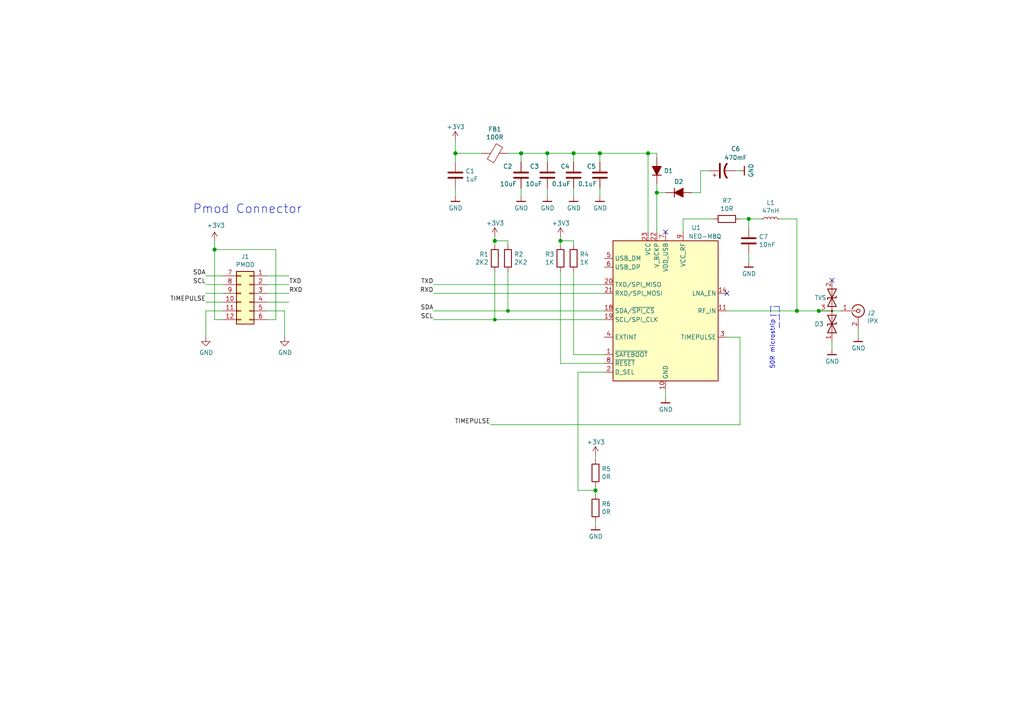
<source format=kicad_sch>
(kicad_sch (version 20201015) (generator eeschema)
  (paper "A4")
  (title_block (title "GNSS PMOD") (date "2020-12-17") (rev "r1.0") (company "GsD - @gregdavill") (comment 1 "PMOD"))
  (lib_symbols
    (symbol "Connector:Conn_Coaxial" (pin_names (offset 1.016) hide)
      (property "Reference" "J" (at 0.254 3.048 0))
      (property "Value" "Conn_Coaxial" (at 2.921 0 90))
      (symbol "Conn_Coaxial_0_1"
        (arc (start -1.778 0.508) (end 1.778 0) (radius (at -0.0508 0) (length 1.8034) (angles 163.6 0)) (stroke (width 0.254)))
        (arc (start 1.778 0) (end -1.778 -0.508) (radius (at -0.0254 0) (length 1.8034) (angles 0 -163.8)) (stroke (width 0.254)))
        (circle (center 0 0) (radius 0.508) (stroke (width 0.2032)))
        (polyline (pts (xy -2.54 0) (xy -0.508 0)))
        (polyline (pts (xy 0 -2.54) (xy 0 -1.778)))
      )
      (symbol "Conn_Coaxial_1_1"
        (pin passive line (at -5.08 0 0) (length 2.54) (name "In") (number "1"))
        (pin passive line (at 0 -5.08 90) (length 2.54) (name "Ext") (number "2"))
      )
    )
    (symbol "Connector_Generic:Conn_02x06_Top_Bottom" (pin_names (offset 1.016) hide)
      (property "Reference" "J" (at 1.27 7.62 0))
      (property "Value" "Conn_02x06_Top_Bottom" (at 1.27 -10.16 0))
      (symbol "Conn_02x06_Top_Bottom_1_1"
        (rectangle (start -1.27 -4.953) (end 0 -5.207) (stroke (width 0.1524)))
        (rectangle (start -1.27 -7.493) (end 0 -7.747) (stroke (width 0.1524)))
        (rectangle (start -1.27 -2.413) (end 0 -2.667) (stroke (width 0.1524)))
        (rectangle (start -1.27 2.667) (end 0 2.413) (stroke (width 0.1524)))
        (rectangle (start -1.27 5.207) (end 0 4.953) (stroke (width 0.1524)))
        (rectangle (start -1.27 6.35) (end 3.81 -8.89) (stroke (width 0.254)) (fill (type background)))
        (rectangle (start -1.27 0.127) (end 0 -0.127) (stroke (width 0.1524)))
        (rectangle (start 3.81 -4.953) (end 2.54 -5.207) (stroke (width 0.1524)))
        (rectangle (start 3.81 -7.493) (end 2.54 -7.747) (stroke (width 0.1524)))
        (rectangle (start 3.81 -2.413) (end 2.54 -2.667) (stroke (width 0.1524)))
        (rectangle (start 3.81 2.667) (end 2.54 2.413) (stroke (width 0.1524)))
        (rectangle (start 3.81 5.207) (end 2.54 4.953) (stroke (width 0.1524)))
        (rectangle (start 3.81 0.127) (end 2.54 -0.127) (stroke (width 0.1524)))
        (pin passive line (at -5.08 5.08 0) (length 3.81) (name "Pin_1") (number "1"))
        (pin passive line (at 7.62 -2.54 180) (length 3.81) (name "Pin_10") (number "10"))
        (pin passive line (at 7.62 -5.08 180) (length 3.81) (name "Pin_11") (number "11"))
        (pin passive line (at 7.62 -7.62 180) (length 3.81) (name "Pin_12") (number "12"))
        (pin passive line (at -5.08 2.54 0) (length 3.81) (name "Pin_2") (number "2"))
        (pin passive line (at -5.08 0 0) (length 3.81) (name "Pin_3") (number "3"))
        (pin passive line (at -5.08 -2.54 0) (length 3.81) (name "Pin_4") (number "4"))
        (pin passive line (at -5.08 -5.08 0) (length 3.81) (name "Pin_5") (number "5"))
        (pin passive line (at -5.08 -7.62 0) (length 3.81) (name "Pin_6") (number "6"))
        (pin passive line (at 7.62 5.08 180) (length 3.81) (name "Pin_7") (number "7"))
        (pin passive line (at 7.62 2.54 180) (length 3.81) (name "Pin_8") (number "8"))
        (pin passive line (at 7.62 0 180) (length 3.81) (name "Pin_9") (number "9"))
      )
    )
    (symbol "Device:C" (pin_numbers hide) (pin_names (offset 0.254))
      (property "Reference" "C" (at 0.635 2.54 0))
      (property "Value" "C" (at 0.635 -2.54 0))
      (symbol "C_0_1"
        (polyline (pts (xy -2.032 -0.762) (xy 2.032 -0.762)) (stroke (width 0.508)))
        (polyline (pts (xy -2.032 0.762) (xy 2.032 0.762)) (stroke (width 0.508)))
      )
      (symbol "C_1_1"
        (pin passive line (at 0 3.81 270) (length 2.794) (name "~") (number "1"))
        (pin passive line (at 0 -3.81 90) (length 2.794) (name "~") (number "2"))
      )
    )
    (symbol "Device:CP1" (pin_numbers hide) (pin_names (offset 0.254) hide)
      (property "Reference" "C" (at 0.635 2.54 0))
      (property "Value" "CP1" (at 0.635 -2.54 0))
      (symbol "CP1_0_1"
        (arc (start -2.032 -1.27) (end 2.032 -1.27) (radius (at 0 -3.81) (length 3.2512) (angles 128.7 51.3)) (stroke (width 0.508)))
        (polyline (pts (xy -2.032 0.762) (xy 2.032 0.762)) (stroke (width 0.508)))
        (polyline (pts (xy -1.778 2.286) (xy -0.762 2.286)))
        (polyline (pts (xy -1.27 1.778) (xy -1.27 2.794)))
      )
      (symbol "CP1_1_1"
        (pin passive line (at 0 3.81 270) (length 2.794) (name "~") (number "1"))
        (pin passive line (at 0 -3.81 90) (length 3.302) (name "~") (number "2"))
      )
    )
    (symbol "Device:D_ALT" (pin_numbers hide) (pin_names (offset 1.016) hide)
      (property "Reference" "D" (at 0 2.54 0))
      (property "Value" "D_ALT" (at 0 -2.54 0))
      (symbol "D_ALT_0_1"
        (polyline (pts (xy -1.27 1.27) (xy -1.27 -1.27)) (stroke (width 0.254)))
        (polyline (pts (xy 1.27 0) (xy -1.27 0)))
        (polyline (pts (xy 1.27 1.27) (xy 1.27 -1.27) (xy -1.27 0) (xy 1.27 1.27)) (stroke (width 0.254)) (fill (type outline)))
      )
      (symbol "D_ALT_1_1"
        (pin passive line (at -3.81 0 0) (length 2.54) (name "K") (number "1"))
        (pin passive line (at 3.81 0 180) (length 2.54) (name "A") (number "2"))
      )
    )
    (symbol "Device:D_TVS_x2_AAC" (pin_names (offset 1.016) hide)
      (property "Reference" "D" (at 0 4.445 0))
      (property "Value" "D_TVS_x2_AAC" (at 0 2.54 0))
      (symbol "D_TVS_x2_AAC_0_0"
        (polyline (pts (xy 0 -1.27) (xy 0 0)))
      )
      (symbol "D_TVS_x2_AAC_0_1"
        (circle (center 0 0) (radius 0.254) (fill (type outline)))
        (polyline (pts (xy -6.35 0) (xy 6.35 0)))
        (polyline (pts (xy -3.302 1.27) (xy -3.81 1.27) (xy -3.81 -1.27) (xy -4.318 -1.27)) (stroke (width 0.254)))
        (polyline (pts (xy 4.318 1.27) (xy 3.81 1.27) (xy 3.81 -1.27) (xy 3.302 -1.27)) (stroke (width 0.254)))
        (polyline (pts (xy -6.35 1.27) (xy -1.27 -1.27) (xy -1.27 1.27) (xy -6.35 -1.27) (xy -6.35 1.27)) (stroke (width 0.254)))
        (polyline (pts (xy 6.35 1.27) (xy 1.27 -1.27) (xy 1.27 1.27) (xy 6.35 -1.27) (xy 6.35 1.27)) (stroke (width 0.254)))
      )
      (symbol "D_TVS_x2_AAC_1_1"
        (pin passive line (at -8.89 0 0) (length 2.54) (name "A1") (number "1"))
        (pin passive line (at 8.89 0 180) (length 2.54) (name "A2") (number "2"))
        (pin input line (at 0 -3.81 90) (length 2.54) (name "common") (number "3"))
      )
    )
    (symbol "Device:Ferrite_Bead" (pin_numbers hide) (pin_names (offset 0))
      (property "Reference" "FB" (at -3.81 0.635 90))
      (property "Value" "Ferrite_Bead" (at 3.81 0 90))
      (symbol "Ferrite_Bead_0_1"
        (polyline (pts (xy 0 -1.27) (xy 0 -1.2192)))
        (polyline (pts (xy 0 1.27) (xy 0 1.2954)))
        (polyline (pts (xy -2.7686 0.4064) (xy -1.7018 2.2606) (xy 2.7686 -0.3048) (xy 1.6764 -2.159) (xy -2.7686 0.4064)))
      )
      (symbol "Ferrite_Bead_1_1"
        (pin passive line (at 0 3.81 270) (length 2.54) (name "~") (number "1"))
        (pin passive line (at 0 -3.81 90) (length 2.54) (name "~") (number "2"))
      )
    )
    (symbol "Device:L_Small" (pin_numbers hide) (pin_names (offset 0.254) hide)
      (property "Reference" "L" (at 0.762 1.016 0))
      (property "Value" "L_Small" (at 0.762 -1.016 0))
      (symbol "L_Small_0_1"
        (arc (start 0 -2.032) (end 0 -1.016) (radius (at 0 -1.524) (length 0.508) (angles -89.9 89.9)))
        (arc (start 0 -1.016) (end 0 0) (radius (at 0 -0.508) (length 0.508) (angles -89.9 89.9)))
        (arc (start 0 0) (end 0 1.016) (radius (at 0 0.508) (length 0.508) (angles -89.9 89.9)))
        (arc (start 0 1.016) (end 0 2.032) (radius (at 0 1.524) (length 0.508) (angles -89.9 89.9)))
      )
      (symbol "L_Small_1_1"
        (pin passive line (at 0 2.54 270) (length 0.508) (name "~") (number "1"))
        (pin passive line (at 0 -2.54 90) (length 0.508) (name "~") (number "2"))
      )
    )
    (symbol "Device:R" (pin_numbers hide) (pin_names (offset 0))
      (property "Reference" "R" (at 2.032 0 90))
      (property "Value" "R" (at 0 0 90))
      (symbol "R_0_1"
        (rectangle (start -1.016 -2.54) (end 1.016 2.54) (stroke (width 0.254)))
      )
      (symbol "R_1_1"
        (pin passive line (at 0 3.81 270) (length 1.27) (name "~") (number "1"))
        (pin passive line (at 0 -3.81 90) (length 1.27) (name "~") (number "2"))
      )
    )
    (symbol "RF_GPS:NEO-M8Q"
      (property "Reference" "U" (at -13.97 21.59 0))
      (property "Value" "NEO-M8Q" (at 11.43 21.59 0))
      (symbol "NEO-M8Q_0_1"
        (rectangle (start -15.24 20.32) (end 15.24 -20.32) (stroke (width 0.254)) (fill (type background)))
      )
      (symbol "NEO-M8Q_1_1"
        (pin input line (at -17.78 -12.7 0) (length 2.54) (name "~SAFEBOOT") (number "1"))
        (pin power_in line (at 0 -22.86 90) (length 2.54) (name "GND") (number "10"))
        (pin input line (at 17.78 0 180) (length 2.54) (name "RF_IN") (number "11"))
        (pin passive line (at 0 -22.86 90) (length 2.54) hide (name "GND") (number "12"))
        (pin passive line (at 0 -22.86 90) (length 2.54) hide (name "GND") (number "13"))
        (pin output line (at 17.78 5.08 180) (length 2.54) (name "LNA_EN") (number "14"))
        (pin unconnected line (at 15.24 -10.16 180) (length 2.54) hide (name "RESERVED") (number "15"))
        (pin unconnected line (at 15.24 -12.7 180) (length 2.54) hide (name "RESERVED") (number "16"))
        (pin unconnected line (at 15.24 -15.24 180) (length 2.54) hide (name "RESERVED") (number "17"))
        (pin bidirectional line (at -17.78 0 0) (length 2.54) (name "SDA/~SPI_CS") (number "18"))
        (pin input line (at -17.78 -2.54 0) (length 2.54) (name "SCL/SPI_CLK") (number "19"))
        (pin input line (at -17.78 -17.78 0) (length 2.54) (name "D_SEL") (number "2"))
        (pin output line (at -17.78 7.62 0) (length 2.54) (name "TXD/SPI_MISO") (number "20"))
        (pin input line (at -17.78 5.08 0) (length 2.54) (name "RXD/SPI_MOSI") (number "21"))
        (pin power_in line (at -2.54 22.86 270) (length 2.54) (name "V_BCKP") (number "22"))
        (pin power_in line (at -5.08 22.86 270) (length 2.54) (name "VCC") (number "23"))
        (pin passive line (at 0 -22.86 90) (length 2.54) hide (name "GND") (number "24"))
        (pin output line (at 17.78 -7.62 180) (length 2.54) (name "TIMEPULSE") (number "3"))
        (pin input line (at -17.78 -7.62 0) (length 2.54) (name "EXTINT") (number "4"))
        (pin bidirectional line (at -17.78 15.24 0) (length 2.54) (name "USB_DM") (number "5"))
        (pin bidirectional line (at -17.78 12.7 0) (length 2.54) (name "USB_DP") (number "6"))
        (pin power_in line (at 0 22.86 270) (length 2.54) (name "VDD_USB") (number "7"))
        (pin input line (at -17.78 -15.24 0) (length 2.54) (name "~RESET") (number "8"))
        (pin power_out line (at 5.08 22.86 270) (length 2.54) (name "VCC_RF") (number "9"))
      )
    )
    (symbol "gkl_power:GND" (power) (pin_names (offset 0))
      (property "Value" "GND" (at 0 -2.54 0))
      (symbol "GND_0_1"
        (polyline (pts (xy 0 -1.27) (xy 0 0)))
        (polyline (pts (xy 1.27 -1.27) (xy -1.27 -1.27)) (stroke (width 0.3048)))
      )
      (symbol "GND_1_1"
        (pin power_in line (at 0 0 270) (length 0) hide (name "GND") (number "1"))
      )
    )
    (symbol "power:+3V3" (power) (pin_names (offset 0))
      (property "Value" "+3V3" (at 0 3.556 0))
      (symbol "+3V3_0_1"
        (polyline (pts (xy -0.762 1.27) (xy 0 2.54)))
        (polyline (pts (xy 0 0) (xy 0 2.54)))
        (polyline (pts (xy 0 2.54) (xy 0.762 1.27)))
      )
      (symbol "+3V3_1_1"
        (pin power_in line (at 0 0 90) (length 0) hide (name "+3V3") (number "1"))
      )
    )
    (symbol "power:GND" (power) (pin_names (offset 0))
      (property "Value" "GND" (at 0 -3.81 0))
      (symbol "GND_0_1"
        (polyline (pts (xy 0 0) (xy 0 -1.27) (xy 1.27 -1.27) (xy 0 -2.54) (xy -1.27 -1.27) (xy 0 -1.27)))
      )
      (symbol "GND_1_1"
        (pin power_in line (at 0 0 270) (length 0) hide (name "GND") (number "1"))
      )
    )
  )
  (bus_alias "GPDI" (members "CK_N" "CK_P" "D0_N" "D0_P" "D1_N" "D1_P" "D2_N" "D2_P"))
  (junction (at 62.23 72.39) (diameter 1.016))
  (junction (at 132.08 44.45) (diameter 1.016))
  (junction (at 143.51 69.85) (diameter 1.016))
  (junction (at 143.51 92.71) (diameter 0.9144))
  (junction (at 147.32 90.17) (diameter 0.9144))
  (junction (at 151.13 44.45) (diameter 1.016))
  (junction (at 158.75 44.45) (diameter 1.016))
  (junction (at 162.56 69.85) (diameter 1.016))
  (junction (at 166.37 44.45) (diameter 1.016))
  (junction (at 172.72 142.24) (diameter 1.016))
  (junction (at 173.99 44.45) (diameter 1.016))
  (junction (at 187.96 44.45) (diameter 1.016))
  (junction (at 190.5 55.88) (diameter 1.016))
  (junction (at 217.17 63.5) (diameter 1.016))
  (junction (at 231.14 90.17) (diameter 1.016))
  (junction (at 237.49 90.17) (diameter 1.016))
  (no_connect (at 210.82 85.09))
  (no_connect (at 193.04 67.31))
  (no_connect (at 241.3 81.28))
  (wire (pts (xy 59.69 80.01) (xy 64.77 80.01)))
  (wire (pts (xy 59.69 82.55) (xy 64.77 82.55)))
  (wire (pts (xy 59.69 85.09) (xy 64.77 85.09)))
  (wire (pts (xy 59.69 87.63) (xy 64.77 87.63)))
  (wire (pts (xy 59.69 90.17) (xy 59.69 97.79)))
  (wire (pts (xy 62.23 69.85) (xy 62.23 72.39)))
  (wire (pts (xy 62.23 92.71) (xy 62.23 72.39)))
  (wire (pts (xy 64.77 90.17) (xy 59.69 90.17)))
  (wire (pts (xy 64.77 92.71) (xy 62.23 92.71)))
  (wire (pts (xy 77.47 80.01) (xy 83.82 80.01)))
  (wire (pts (xy 77.47 82.55) (xy 83.82 82.55)))
  (wire (pts (xy 77.47 85.09) (xy 83.82 85.09)))
  (wire (pts (xy 77.47 87.63) (xy 83.82 87.63)))
  (wire (pts (xy 77.47 90.17) (xy 82.55 90.17)))
  (wire (pts (xy 77.47 92.71) (xy 80.01 92.71)))
  (wire (pts (xy 80.01 72.39) (xy 62.23 72.39)))
  (wire (pts (xy 80.01 72.39) (xy 80.01 92.71)))
  (wire (pts (xy 82.55 90.17) (xy 82.55 97.79)))
  (wire (pts (xy 125.73 82.55) (xy 175.26 82.55)))
  (wire (pts (xy 125.73 85.09) (xy 175.26 85.09)))
  (wire (pts (xy 125.73 90.17) (xy 147.32 90.17)))
  (wire (pts (xy 125.73 92.71) (xy 143.51 92.71)))
  (wire (pts (xy 132.08 44.45) (xy 132.08 40.64)))
  (wire (pts (xy 132.08 46.99) (xy 132.08 44.45)))
  (wire (pts (xy 132.08 57.15) (xy 132.08 54.61)))
  (wire (pts (xy 139.7 44.45) (xy 132.08 44.45)))
  (wire (pts (xy 143.51 68.58) (xy 143.51 69.85)))
  (wire (pts (xy 143.51 69.85) (xy 143.51 71.12)))
  (wire (pts (xy 143.51 69.85) (xy 147.32 69.85)))
  (wire (pts (xy 143.51 78.74) (xy 143.51 92.71)))
  (wire (pts (xy 143.51 92.71) (xy 175.26 92.71)))
  (wire (pts (xy 147.32 69.85) (xy 147.32 71.12)))
  (wire (pts (xy 147.32 78.74) (xy 147.32 90.17)))
  (wire (pts (xy 147.32 90.17) (xy 175.26 90.17)))
  (wire (pts (xy 151.13 44.45) (xy 147.32 44.45)))
  (wire (pts (xy 151.13 44.45) (xy 158.75 44.45)))
  (wire (pts (xy 151.13 46.99) (xy 151.13 44.45)))
  (wire (pts (xy 151.13 57.15) (xy 151.13 54.61)))
  (wire (pts (xy 158.75 44.45) (xy 158.75 46.99)))
  (wire (pts (xy 158.75 44.45) (xy 166.37 44.45)))
  (wire (pts (xy 158.75 57.15) (xy 158.75 54.61)))
  (wire (pts (xy 162.56 68.58) (xy 162.56 69.85)))
  (wire (pts (xy 162.56 69.85) (xy 162.56 71.12)))
  (wire (pts (xy 162.56 69.85) (xy 166.37 69.85)))
  (wire (pts (xy 162.56 105.41) (xy 162.56 78.74)))
  (wire (pts (xy 166.37 44.45) (xy 166.37 46.99)))
  (wire (pts (xy 166.37 44.45) (xy 173.99 44.45)))
  (wire (pts (xy 166.37 57.15) (xy 166.37 54.61)))
  (wire (pts (xy 166.37 69.85) (xy 166.37 71.12)))
  (wire (pts (xy 166.37 78.74) (xy 166.37 102.87)))
  (wire (pts (xy 166.37 102.87) (xy 175.26 102.87)))
  (wire (pts (xy 167.64 107.95) (xy 175.26 107.95)))
  (wire (pts (xy 167.64 142.24) (xy 167.64 107.95)))
  (wire (pts (xy 172.72 133.35) (xy 172.72 132.08)))
  (wire (pts (xy 172.72 142.24) (xy 167.64 142.24)))
  (wire (pts (xy 172.72 142.24) (xy 172.72 140.97)))
  (wire (pts (xy 172.72 143.51) (xy 172.72 142.24)))
  (wire (pts (xy 172.72 152.4) (xy 172.72 151.13)))
  (wire (pts (xy 173.99 44.45) (xy 173.99 46.99)))
  (wire (pts (xy 173.99 44.45) (xy 187.96 44.45)))
  (wire (pts (xy 173.99 57.15) (xy 173.99 54.61)))
  (wire (pts (xy 175.26 105.41) (xy 162.56 105.41)))
  (wire (pts (xy 187.96 67.31) (xy 187.96 44.45)))
  (wire (pts (xy 190.5 44.45) (xy 187.96 44.45)))
  (wire (pts (xy 190.5 45.72) (xy 190.5 44.45)))
  (wire (pts (xy 190.5 53.34) (xy 190.5 55.88)))
  (wire (pts (xy 190.5 55.88) (xy 190.5 67.31)))
  (wire (pts (xy 193.04 55.88) (xy 190.5 55.88)))
  (wire (pts (xy 193.04 115.57) (xy 193.04 113.03)))
  (wire (pts (xy 198.12 63.5) (xy 207.01 63.5)))
  (wire (pts (xy 198.12 67.31) (xy 198.12 63.5)))
  (wire (pts (xy 200.66 55.88) (xy 203.2 55.88)))
  (wire (pts (xy 203.2 49.53) (xy 205.74 49.53)))
  (wire (pts (xy 203.2 55.88) (xy 203.2 49.53)))
  (wire (pts (xy 210.82 90.17) (xy 231.14 90.17)))
  (wire (pts (xy 210.82 97.79) (xy 214.63 97.79)))
  (wire (pts (xy 214.63 49.53) (xy 213.36 49.53)))
  (wire (pts (xy 214.63 63.5) (xy 217.17 63.5)))
  (wire (pts (xy 214.63 97.79) (xy 214.63 123.19)))
  (wire (pts (xy 214.63 123.19) (xy 142.24 123.19)))
  (wire (pts (xy 217.17 63.5) (xy 217.17 66.04)))
  (wire (pts (xy 217.17 63.5) (xy 220.98 63.5)))
  (wire (pts (xy 217.17 76.2) (xy 217.17 73.66)))
  (wire (pts (xy 226.06 63.5) (xy 231.14 63.5)))
  (wire (pts (xy 231.14 63.5) (xy 231.14 90.17)))
  (wire (pts (xy 231.14 90.17) (xy 237.49 90.17)))
  (wire (pts (xy 237.49 90.17) (xy 243.84 90.17)))
  (wire (pts (xy 241.3 101.6) (xy 241.3 99.06)))
  (wire (pts (xy 248.92 97.79) (xy 248.92 95.25)))
  (polyline (pts (xy 223.52 88.9) (xy 223.52 91.44)) (stroke (width 0) (type dash)))
  (polyline (pts (xy 223.52 91.44) (xy 226.06 91.44)) (stroke (width 0) (type dash)))
  (polyline (pts (xy 226.06 88.9) (xy 223.52 88.9)) (stroke (width 0) (type dash)))
  (polyline (pts (xy 226.06 88.9) (xy 226.06 95.25)) (stroke (width 0) (type dash)))
  (text "Pmod Connector" (at 55.88 62.23 0) (effects (font (size 2.54 2.54)) (justify left bottom)))
  (text "50R microstrip\n" (at 224.79 92.71 270) (effects (font (size 1.27 1.27)) (justify right bottom)))
  (label "SDA" (at 59.69 80.01 180))
  (label "SCL" (at 59.69 82.55 180))
  (label "TIMEPULSE" (at 59.69 87.63 180))
  (label "TXD" (at 83.82 82.55 0))
  (label "RXD" (at 83.82 85.09 0))
  (label "TXD" (at 125.73 82.55 180))
  (label "RXD" (at 125.73 85.09 180))
  (label "SDA" (at 125.73 90.17 180))
  (label "SCL" (at 125.73 92.71 180))
  (label "TIMEPULSE" (at 142.24 123.19 180))
  (symbol (lib_id "Device:L_Small") (at 223.52 63.5 90) (unit 1)
    (property "Reference" "L1" (at 223.52 58.801 90))
    (property "Value" "47nH" (at 223.52 61.1124 90))
    (property "Footprint" "Inductor_SMD:L_0402_1005Metric" (effects hide))
    (property "Mfg" "Murata Electronics" (effects hide))
    (property "PN" "LQW15AN47NJ00D" (effects hide))
  )
  (symbol (lib_id "gkl_power:GND") (at 132.08 57.15 0) (unit 1)
    (property "Reference" "#PWR0101" (effects hide))
    (property "Value" "GND" (at 132.1562 60.3504 0))
  )
  (symbol (lib_id "gkl_power:GND") (at 151.13 57.15 0) (unit 1)
    (property "Reference" "#PWR0103" (effects hide))
    (property "Value" "GND" (at 151.2062 60.3504 0))
  )
  (symbol (lib_id "gkl_power:GND") (at 158.75 57.15 0) (unit 1)
    (property "Reference" "#PWR0102" (effects hide))
    (property "Value" "GND" (at 158.8262 60.3504 0))
  )
  (symbol (lib_id "gkl_power:GND") (at 166.37 57.15 0) (unit 1)
    (property "Reference" "#PWR0108" (effects hide))
    (property "Value" "GND" (at 166.4462 60.3504 0))
  )
  (symbol (lib_id "gkl_power:GND") (at 172.72 152.4 0) (unit 1)
    (property "Reference" "#PWR0116" (effects hide))
    (property "Value" "GND" (at 172.7962 155.6004 0))
  )
  (symbol (lib_id "gkl_power:GND") (at 173.99 57.15 0) (unit 1)
    (property "Reference" "#PWR0107" (effects hide))
    (property "Value" "GND" (at 174.0662 60.3504 0))
  )
  (symbol (lib_id "gkl_power:GND") (at 193.04 115.57 0) (unit 1)
    (property "Reference" "#PWR0115" (effects hide))
    (property "Value" "GND" (at 193.1162 118.7704 0))
  )
  (symbol (lib_id "gkl_power:GND") (at 214.63 49.53 90) (unit 1)
    (property "Reference" "#PWR0106" (effects hide))
    (property "Value" "GND" (at 217.8304 49.4538 0))
  )
  (symbol (lib_id "gkl_power:GND") (at 217.17 76.2 0) (unit 1)
    (property "Reference" "#PWR0111" (effects hide))
    (property "Value" "GND" (at 217.2462 79.4004 0))
  )
  (symbol (lib_id "gkl_power:GND") (at 241.3 101.6 0) (unit 1)
    (property "Reference" "#PWR0105" (effects hide))
    (property "Value" "GND" (at 241.3762 104.8004 0))
  )
  (symbol (lib_id "gkl_power:GND") (at 248.92 97.79 0) (unit 1)
    (property "Reference" "#PWR0113" (effects hide))
    (property "Value" "GND" (at 248.9962 100.9904 0))
  )
  (symbol (lib_id "power:+3V3") (at 62.23 69.85 0) (unit 1)
    (property "Reference" "#PWR0112" (effects hide))
    (property "Value" "+3V3" (at 62.611 65.3796 0))
  )
  (symbol (lib_id "power:+3V3") (at 132.08 40.64 0) (unit 1)
    (property "Reference" "#PWR0104" (effects hide))
    (property "Value" "+3V3" (at 132.1562 36.8046 0))
  )
  (symbol (lib_id "power:+3V3") (at 143.51 68.58 0) (unit 1)
    (property "Reference" "#PWR0118" (effects hide))
    (property "Value" "+3V3" (at 143.5862 64.7446 0))
  )
  (symbol (lib_id "power:+3V3") (at 162.56 68.58 0) (unit 1)
    (property "Reference" "#PWR0114" (effects hide))
    (property "Value" "+3V3" (at 162.6362 64.7446 0))
  )
  (symbol (lib_id "power:+3V3") (at 172.72 132.08 0) (unit 1)
    (property "Reference" "#PWR0117" (effects hide))
    (property "Value" "+3V3" (at 172.7962 128.2446 0))
  )
  (symbol (lib_id "power:GND") (at 59.69 97.79 0) (unit 1)
    (property "Reference" "#PWR0109" (effects hide))
    (property "Value" "GND" (at 59.817 102.2604 0))
  )
  (symbol (lib_id "power:GND") (at 82.55 97.79 0) (unit 1)
    (property "Reference" "#PWR0110" (effects hide))
    (property "Value" "GND" (at 82.677 102.2604 0))
  )
  (symbol (lib_id "Device:R") (at 143.51 74.93 0) (unit 1)
    (property "Reference" "R1" (at 141.732 73.7616 0) (effects (justify right)))
    (property "Value" "2K2" (at 141.732 76.073 0) (effects (justify right)))
    (property "Footprint" "Resistor_SMD:R_0402_1005Metric" (effects hide))
    (property "Mfg" "Yageo" (effects hide))
    (property "PN" "RC0402FR-071KL" (effects hide))
  )
  (symbol (lib_id "Device:R") (at 147.32 74.93 0) (unit 1)
    (property "Reference" "R2" (at 149.098 73.7616 0) (effects (justify left)))
    (property "Value" "2K2" (at 149.098 76.073 0) (effects (justify left)))
    (property "Footprint" "Resistor_SMD:R_0402_1005Metric" (effects hide))
    (property "Mfg" "Yageo" (effects hide))
    (property "PN" "RC0402FR-071KL" (effects hide))
  )
  (symbol (lib_id "Device:R") (at 162.56 74.93 0) (unit 1)
    (property "Reference" "R3" (at 160.782 73.7616 0) (effects (justify right)))
    (property "Value" "1K" (at 160.782 76.073 0) (effects (justify right)))
    (property "Footprint" "Resistor_SMD:R_0402_1005Metric" (effects hide))
    (property "Mfg" "Yageo" (effects hide))
    (property "PN" "RC0402FR-071KL" (effects hide))
  )
  (symbol (lib_id "Device:R") (at 166.37 74.93 0) (unit 1)
    (property "Reference" "R4" (at 168.148 73.7616 0) (effects (justify left)))
    (property "Value" "1K" (at 168.148 76.073 0) (effects (justify left)))
    (property "Footprint" "Resistor_SMD:R_0402_1005Metric" (effects hide))
    (property "Mfg" "Yageo" (effects hide))
    (property "PN" "RC0402FR-071KL" (effects hide))
  )
  (symbol (lib_id "Device:R") (at 172.72 137.16 0) (unit 1)
    (property "Reference" "R5" (at 174.498 135.9916 0) (effects (justify left)))
    (property "Value" "0R" (at 174.498 138.303 0) (effects (justify left)))
    (property "Footprint" "Resistor_SMD:R_0402_1005Metric" (effects hide))
    (property "PN" "DNP" (effects hide))
  )
  (symbol (lib_id "Device:R") (at 172.72 147.32 0) (unit 1)
    (property "Reference" "R6" (at 174.498 146.1516 0) (effects (justify left)))
    (property "Value" "0R" (at 174.498 148.463 0) (effects (justify left)))
    (property "Footprint" "Resistor_SMD:R_0402_1005Metric" (effects hide))
    (property "Mfg" "Yageo" (effects hide))
    (property "PN" "RC0402FR-070RL" (effects hide))
  )
  (symbol (lib_id "Device:R") (at 210.82 63.5 270) (unit 1)
    (property "Reference" "R7" (at 210.82 58.2422 90))
    (property "Value" "10R" (at 210.82 60.5536 90))
    (property "Footprint" "Resistor_SMD:R_0402_1005Metric" (effects hide))
    (property "Mfg" "Yageo" (effects hide))
    (property "PN" "RC0402FR-0710RL" (effects hide))
  )
  (symbol (lib_id "Device:D_ALT") (at 190.5 49.53 90) (unit 1)
    (property "Reference" "D1" (at 192.532 49.53 90) (effects (justify right)))
    (property "Value" "D_ALT" (effects hide))
    (property "Footprint" "Diode_SMD:D_SOD-123F" (effects hide))
    (property "Mfg" "Comchip Technology" (effects hide))
    (property "PN" "CDBW46-G" (effects hide))
  )
  (symbol (lib_id "Device:D_ALT") (at 196.85 55.88 0) (unit 1)
    (property "Reference" "D2" (at 196.85 52.705 0))
    (property "Value" "D_ALT" (effects hide))
    (property "Footprint" "Diode_SMD:D_SOD-123F" (effects hide))
    (property "Mfg" "Comchip Technology" (effects hide))
    (property "PN" "CDBW46-G" (effects hide))
  )
  (symbol (lib_id "Device:C") (at 132.08 50.8 0) (unit 1)
    (property "Reference" "C1" (at 135.001 49.6316 0) (effects (justify left)))
    (property "Value" "1uF" (at 135.001 51.943 0) (effects (justify left)))
    (property "Footprint" "Capacitor_SMD:C_0402_1005Metric" (effects hide))
    (property "Mfg" "Samsung Electro-Mechanics" (effects hide))
    (property "PN" "CL05A105KP5NNNC" (effects hide))
  )
  (symbol (lib_id "Device:C") (at 151.13 50.8 0) (unit 1)
    (property "Reference" "C2" (at 148.59 48.26 0) (effects (justify right)))
    (property "Value" "10uF" (at 149.86 53.34 0) (effects (justify right)))
    (property "Footprint" "Capacitor_SMD:C_0603_1608Metric" (effects hide))
    (property "Mfg" "Samsung Electro-Mechanics" (effects hide))
    (property "PN" "CL10A106MP8NNNC" (effects hide))
  )
  (symbol (lib_id "Device:C") (at 158.75 50.8 0) (unit 1)
    (property "Reference" "C3" (at 153.67 48.26 0) (effects (justify left)))
    (property "Value" "10uF" (at 152.4 53.34 0) (effects (justify left)))
    (property "Footprint" "Capacitor_SMD:C_0603_1608Metric" (effects hide))
    (property "Mfg" "Samsung Electro-Mechanics" (effects hide))
    (property "PN" "CL10A106MP8NNNC" (effects hide))
  )
  (symbol (lib_id "Device:C") (at 166.37 50.8 0) (unit 1)
    (property "Reference" "C4" (at 162.56 48.26 0) (effects (justify left)))
    (property "Value" "0.1uF" (at 160.02 53.34 0) (effects (justify left)))
    (property "Footprint" "Capacitor_SMD:C_0402_1005Metric" (effects hide))
    (property "Mfg" "Samsung Electro-Mechanics" (effects hide))
    (property "PN" "CL05A104KP5NNNC" (effects hide))
  )
  (symbol (lib_id "Device:C") (at 173.99 50.8 0) (unit 1)
    (property "Reference" "C5" (at 170.18 48.26 0) (effects (justify left)))
    (property "Value" "0.1uF" (at 167.64 53.34 0) (effects (justify left)))
    (property "Footprint" "Capacitor_SMD:C_0402_1005Metric" (effects hide))
    (property "Mfg" "Samsung Electro-Mechanics" (effects hide))
    (property "PN" "CL05A104KP5NNNC" (effects hide))
  )
  (symbol (lib_id "Device:CP1") (at 209.55 49.53 90) (unit 1)
    (property "Reference" "C6" (at 213.36 43.18 90))
    (property "Value" "470mF" (at 213.36 45.72 90))
    (property "Footprint" "Battery:BatteryHolder_Keystone_2998_1x6.8mm" (effects hide))
    (property "Mfg" "Keystone Electronics" (effects hide))
    (property "PN" "2998" (effects hide))
  )
  (symbol (lib_id "Device:C") (at 217.17 69.85 0) (unit 1)
    (property "Reference" "C7" (at 220.091 68.6816 0) (effects (justify left)))
    (property "Value" "10nF" (at 220.091 70.993 0) (effects (justify left)))
    (property "Footprint" "Capacitor_SMD:C_0402_1005Metric" (effects hide))
    (property "Mfg" "Samsung Electro-Mechanics" (effects hide))
    (property "PN" "CL05B103KB5NNNC" (effects hide))
  )
  (symbol (lib_id "Device:Ferrite_Bead") (at 143.51 44.45 270) (unit 1)
    (property "Reference" "FB1" (at 143.51 37.4904 90))
    (property "Value" "100R" (at 143.51 39.8018 90))
    (property "Footprint" "Inductor_SMD:L_0603_1608Metric" (effects hide))
    (property "Mfg" "TDK Corporation" (effects hide))
    (property "PN" "MMZ1608B121CTAH0" (effects hide))
  )
  (symbol (lib_id "Connector:Conn_Coaxial") (at 248.92 90.17 0) (unit 1)
    (property "Reference" "J2" (at 251.46 90.805 0) (effects (justify left)))
    (property "Value" "IPX" (at 251.46 93.1164 0) (effects (justify left)))
    (property "Footprint" "Connector_Coaxial:SMA_Amphenol_132289_EdgeMount" (effects hide))
    (property "Datasheet" " ~" (effects hide))
    (property "Mfg" "Molex" (effects hide))
    (property "PN" "0734120110" (effects hide))
  )
  (symbol (lib_id "Device:D_TVS_x2_AAC") (at 241.3 90.17 270) (mirror x) (unit 1)
    (property "Reference" "D3" (at 236.22 93.98 90) (effects (justify left)))
    (property "Value" "TVS" (at 236.22 86.36 90) (effects (justify left)))
    (property "Footprint" "Package_TO_SOT_SMD:SOT-323_SC-70" (effects hide))
    (property "Mfg" "Infineon Technologies" (effects hide))
    (property "PN" "ESD1P0RFWH6327XTSA1" (effects hide))
  )
  (symbol (lib_id "Connector_Generic:Conn_02x06_Top_Bottom") (at 72.39 85.09 0) (mirror y) (unit 1)
    (property "Reference" "J1" (at 71.12 74.422 0))
    (property "Value" "PMOD" (at 71.12 76.7842 0))
    (property "Footprint" "Connector_PinHeader_2.54mm:PinHeader_2x06_P2.54mm_Horizontal" (effects hide))
    (property "Source" "ANY" (effects hide))
  )
  (symbol (lib_id "RF_GPS:NEO-M8Q") (at 193.04 90.17 0) (unit 1)
    (property "Reference" "U1" (at 201.93 66.04 0))
    (property "Value" "NEO-M8Q" (at 204.47 68.58 0))
    (property "Footprint" "RF_GPS:ublox_NEO" (effects hide))
    (property "Datasheet" "https://www.u-blox.com/sites/default/files/NEO-M8-FW3_DataSheet_%28UBX-15031086%29.pdf" (effects hide))
    (property "PN" "DNP" (effects hide))
  )
)
</source>
